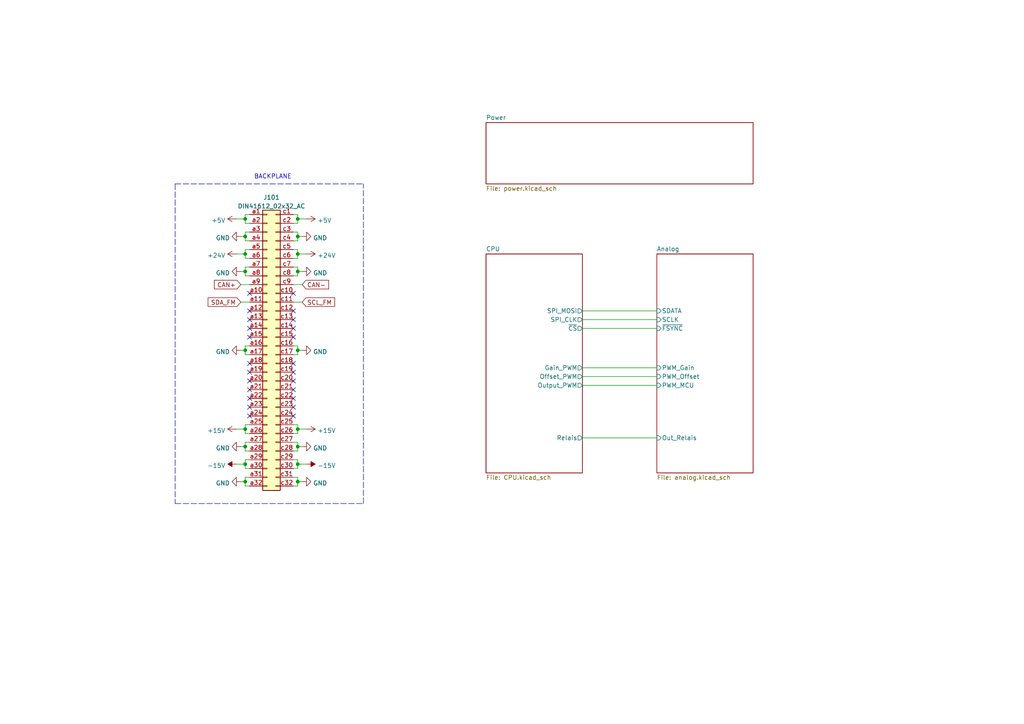
<source format=kicad_sch>
(kicad_sch (version 20211123) (generator eeschema)
  (paper "A4")
  (title_block (title "Overview") (date "2022-11-24") (rev "V1") (company "Synthron"))
  (lib_symbols
    (symbol "Connector:DIN41612_02x32_AC" (pin_names (offset 1.016) hide)
      (property "Reference" "J" (at 1.27 40.64 0))
      (property "Value" "DIN41612_02x32_AC" (at 1.27 -43.18 0))
      (symbol "DIN41612_02x32_AC_1_1"
        (rectangle (start -1.27 -40.513) (end 0 -40.767) (stroke (width 0.1524)))
        (rectangle (start -1.27 -37.973) (end 0 -38.227) (stroke (width 0.1524)))
        (rectangle (start -1.27 -35.433) (end 0 -35.687) (stroke (width 0.1524)))
        (rectangle (start -1.27 -32.893) (end 0 -33.147) (stroke (width 0.1524)))
        (rectangle (start -1.27 -30.353) (end 0 -30.607) (stroke (width 0.1524)))
        (rectangle (start -1.27 -27.813) (end 0 -28.067) (stroke (width 0.1524)))
        (rectangle (start -1.27 -25.273) (end 0 -25.527) (stroke (width 0.1524)))
        (rectangle (start -1.27 -22.733) (end 0 -22.987) (stroke (width 0.1524)))
        (rectangle (start -1.27 -20.193) (end 0 -20.447) (stroke (width 0.1524)))
        (rectangle (start -1.27 -17.653) (end 0 -17.907) (stroke (width 0.1524)))
        (rectangle (start -1.27 -15.113) (end 0 -15.367) (stroke (width 0.1524)))
        (rectangle (start -1.27 -12.573) (end 0 -12.827) (stroke (width 0.1524)))
        (rectangle (start -1.27 -10.033) (end 0 -10.287) (stroke (width 0.1524)))
        (rectangle (start -1.27 -7.493) (end 0 -7.747) (stroke (width 0.1524)))
        (rectangle (start -1.27 -4.953) (end 0 -5.207) (stroke (width 0.1524)))
        (rectangle (start -1.27 -2.413) (end 0 -2.667) (stroke (width 0.1524)))
        (rectangle (start -1.27 0.127) (end 0 -0.127) (stroke (width 0.1524)))
        (rectangle (start -1.27 2.667) (end 0 2.413) (stroke (width 0.1524)))
        (rectangle (start -1.27 5.207) (end 0 4.953) (stroke (width 0.1524)))
        (rectangle (start -1.27 7.747) (end 0 7.493) (stroke (width 0.1524)))
        (rectangle (start -1.27 10.287) (end 0 10.033) (stroke (width 0.1524)))
        (rectangle (start -1.27 12.827) (end 0 12.573) (stroke (width 0.1524)))
        (rectangle (start -1.27 15.367) (end 0 15.113) (stroke (width 0.1524)))
        (rectangle (start -1.27 17.907) (end 0 17.653) (stroke (width 0.1524)))
        (rectangle (start -1.27 20.447) (end 0 20.193) (stroke (width 0.1524)))
        (rectangle (start -1.27 22.987) (end 0 22.733) (stroke (width 0.1524)))
        (rectangle (start -1.27 25.527) (end 0 25.273) (stroke (width 0.1524)))
        (rectangle (start -1.27 28.067) (end 0 27.813) (stroke (width 0.1524)))
        (rectangle (start -1.27 30.607) (end 0 30.353) (stroke (width 0.1524)))
        (rectangle (start -1.27 33.147) (end 0 32.893) (stroke (width 0.1524)))
        (rectangle (start -1.27 35.687) (end 0 35.433) (stroke (width 0.1524)))
        (rectangle (start -1.27 38.227) (end 0 37.973) (stroke (width 0.1524)))
        (rectangle (start -1.27 39.37) (end 3.81 -41.91) (stroke (width 0.254)) (fill (type background)))
        (rectangle (start 3.81 -40.513) (end 2.54 -40.767) (stroke (width 0.1524)))
        (rectangle (start 3.81 -37.973) (end 2.54 -38.227) (stroke (width 0.1524)))
        (rectangle (start 3.81 -35.433) (end 2.54 -35.687) (stroke (width 0.1524)))
        (rectangle (start 3.81 -32.893) (end 2.54 -33.147) (stroke (width 0.1524)))
        (rectangle (start 3.81 -30.353) (end 2.54 -30.607) (stroke (width 0.1524)))
        (rectangle (start 3.81 -27.813) (end 2.54 -28.067) (stroke (width 0.1524)))
        (rectangle (start 3.81 -25.273) (end 2.54 -25.527) (stroke (width 0.1524)))
        (rectangle (start 3.81 -22.733) (end 2.54 -22.987) (stroke (width 0.1524)))
        (rectangle (start 3.81 -20.193) (end 2.54 -20.447) (stroke (width 0.1524)))
        (rectangle (start 3.81 -17.653) (end 2.54 -17.907) (stroke (width 0.1524)))
        (rectangle (start 3.81 -15.113) (end 2.54 -15.367) (stroke (width 0.1524)))
        (rectangle (start 3.81 -12.573) (end 2.54 -12.827) (stroke (width 0.1524)))
        (rectangle (start 3.81 -10.033) (end 2.54 -10.287) (stroke (width 0.1524)))
        (rectangle (start 3.81 -7.493) (end 2.54 -7.747) (stroke (width 0.1524)))
        (rectangle (start 3.81 -4.953) (end 2.54 -5.207) (stroke (width 0.1524)))
        (rectangle (start 3.81 -2.413) (end 2.54 -2.667) (stroke (width 0.1524)))
        (rectangle (start 3.81 0.127) (end 2.54 -0.127) (stroke (width 0.1524)))
        (rectangle (start 3.81 2.667) (end 2.54 2.413) (stroke (width 0.1524)))
        (rectangle (start 3.81 5.207) (end 2.54 4.953) (stroke (width 0.1524)))
        (rectangle (start 3.81 7.747) (end 2.54 7.493) (stroke (width 0.1524)))
        (rectangle (start 3.81 10.287) (end 2.54 10.033) (stroke (width 0.1524)))
        (rectangle (start 3.81 12.827) (end 2.54 12.573) (stroke (width 0.1524)))
        (rectangle (start 3.81 15.367) (end 2.54 15.113) (stroke (width 0.1524)))
        (rectangle (start 3.81 17.907) (end 2.54 17.653) (stroke (width 0.1524)))
        (rectangle (start 3.81 20.447) (end 2.54 20.193) (stroke (width 0.1524)))
        (rectangle (start 3.81 22.987) (end 2.54 22.733) (stroke (width 0.1524)))
        (rectangle (start 3.81 25.527) (end 2.54 25.273) (stroke (width 0.1524)))
        (rectangle (start 3.81 28.067) (end 2.54 27.813) (stroke (width 0.1524)))
        (rectangle (start 3.81 30.607) (end 2.54 30.353) (stroke (width 0.1524)))
        (rectangle (start 3.81 33.147) (end 2.54 32.893) (stroke (width 0.1524)))
        (rectangle (start 3.81 35.687) (end 2.54 35.433) (stroke (width 0.1524)))
        (rectangle (start 3.81 38.227) (end 2.54 37.973) (stroke (width 0.1524)))
        (pin passive line (at -5.08 38.1 0) (length 3.81) (name "Pin_a1") (number "a1"))
        (pin passive line (at -5.08 15.24 0) (length 3.81) (name "Pin_a10") (number "a10"))
        (pin passive line (at -5.08 12.7 0) (length 3.81) (name "Pin_a11") (number "a11"))
        (pin passive line (at -5.08 10.16 0) (length 3.81) (name "Pin_a12") (number "a12"))
        (pin passive line (at -5.08 7.62 0) (length 3.81) (name "Pin_a13") (number "a13"))
        (pin passive line (at -5.08 5.08 0) (length 3.81) (name "Pin_a14") (number "a14"))
        (pin passive line (at -5.08 2.54 0) (length 3.81) (name "Pin_a15") (number "a15"))
        (pin passive line (at -5.08 0 0) (length 3.81) (name "Pin_a16") (number "a16"))
        (pin passive line (at -5.08 -2.54 0) (length 3.81) (name "Pin_a17") (number "a17"))
        (pin passive line (at -5.08 -5.08 0) (length 3.81) (name "Pin_a18") (number "a18"))
        (pin passive line (at -5.08 -7.62 0) (length 3.81) (name "Pin_a19") (number "a19"))
        (pin passive line (at -5.08 35.56 0) (length 3.81) (name "Pin_a2") (number "a2"))
        (pin passive line (at -5.08 -10.16 0) (length 3.81) (name "Pin_a20") (number "a20"))
        (pin passive line (at -5.08 -12.7 0) (length 3.81) (name "Pin_a21") (number "a21"))
        (pin passive line (at -5.08 -15.24 0) (length 3.81) (name "Pin_a22") (number "a22"))
        (pin passive line (at -5.08 -17.78 0) (length 3.81) (name "Pin_a23") (number "a23"))
        (pin passive line (at -5.08 -20.32 0) (length 3.81) (name "Pin_a24") (number "a24"))
        (pin passive line (at -5.08 -22.86 0) (length 3.81) (name "Pin_a25") (number "a25"))
        (pin passive line (at -5.08 -25.4 0) (length 3.81) (name "Pin_a26") (number "a26"))
        (pin passive line (at -5.08 -27.94 0) (length 3.81) (name "Pin_a27") (number "a27"))
        (pin passive line (at -5.08 -30.48 0) (length 3.81) (name "Pin_a28") (number "a28"))
        (pin passive line (at -5.08 -33.02 0) (length 3.81) (name "Pin_a29") (number "a29"))
        (pin passive line (at -5.08 33.02 0) (length 3.81) (name "Pin_a3") (number "a3"))
        (pin passive line (at -5.08 -35.56 0) (length 3.81) (name "Pin_a30") (number "a30"))
        (pin passive line (at -5.08 -38.1 0) (length 3.81) (name "Pin_a31") (number "a31"))
        (pin passive line (at -5.08 -40.64 0) (length 3.81) (name "Pin_a32") (number "a32"))
        (pin passive line (at -5.08 30.48 0) (length 3.81) (name "Pin_a4") (number "a4"))
        (pin passive line (at -5.08 27.94 0) (length 3.81) (name "Pin_a5") (number "a5"))
        (pin passive line (at -5.08 25.4 0) (length 3.81) (name "Pin_a6") (number "a6"))
        (pin passive line (at -5.08 22.86 0) (length 3.81) (name "Pin_a7") (number "a7"))
        (pin passive line (at -5.08 20.32 0) (length 3.81) (name "Pin_a8") (number "a8"))
        (pin passive line (at -5.08 17.78 0) (length 3.81) (name "Pin_a9") (number "a9"))
        (pin passive line (at 7.62 38.1 180) (length 3.81) (name "Pin_c1") (number "c1"))
        (pin passive line (at 7.62 15.24 180) (length 3.81) (name "Pin_c10") (number "c10"))
        (pin passive line (at 7.62 12.7 180) (length 3.81) (name "Pin_c11") (number "c11"))
        (pin passive line (at 7.62 10.16 180) (length 3.81) (name "Pin_c12") (number "c12"))
        (pin passive line (at 7.62 7.62 180) (length 3.81) (name "Pin_c13") (number "c13"))
        (pin passive line (at 7.62 5.08 180) (length 3.81) (name "Pin_c14") (number "c14"))
        (pin passive line (at 7.62 2.54 180) (length 3.81) (name "Pin_c15") (number "c15"))
        (pin passive line (at 7.62 0 180) (length 3.81) (name "Pin_c16") (number "c16"))
        (pin passive line (at 7.62 -2.54 180) (length 3.81) (name "Pin_c17") (number "c17"))
        (pin passive line (at 7.62 -5.08 180) (length 3.81) (name "Pin_c18") (number "c18"))
        (pin passive line (at 7.62 -7.62 180) (length 3.81) (name "Pin_c19") (number "c19"))
        (pin passive line (at 7.62 35.56 180) (length 3.81) (name "Pin_c2") (number "c2"))
        (pin passive line (at 7.62 -10.16 180) (length 3.81) (name "Pin_c20") (number "c20"))
        (pin passive line (at 7.62 -12.7 180) (length 3.81) (name "Pin_c21") (number "c21"))
        (pin passive line (at 7.62 -15.24 180) (length 3.81) (name "Pin_c22") (number "c22"))
        (pin passive line (at 7.62 -17.78 180) (length 3.81) (name "Pin_c23") (number "c23"))
        (pin passive line (at 7.62 -20.32 180) (length 3.81) (name "Pin_c24") (number "c24"))
        (pin passive line (at 7.62 -22.86 180) (length 3.81) (name "Pin_c25") (number "c25"))
        (pin passive line (at 7.62 -25.4 180) (length 3.81) (name "Pin_c26") (number "c26"))
        (pin passive line (at 7.62 -27.94 180) (length 3.81) (name "Pin_c27") (number "c27"))
        (pin passive line (at 7.62 -30.48 180) (length 3.81) (name "Pin_c28") (number "c28"))
        (pin passive line (at 7.62 -33.02 180) (length 3.81) (name "Pin_c29") (number "c29"))
        (pin passive line (at 7.62 33.02 180) (length 3.81) (name "Pin_c3") (number "c3"))
        (pin passive line (at 7.62 -35.56 180) (length 3.81) (name "Pin_c30") (number "c30"))
        (pin passive line (at 7.62 -38.1 180) (length 3.81) (name "Pin_c31") (number "c31"))
        (pin passive line (at 7.62 -40.64 180) (length 3.81) (name "Pin_c32") (number "c32"))
        (pin passive line (at 7.62 30.48 180) (length 3.81) (name "Pin_c4") (number "c4"))
        (pin passive line (at 7.62 27.94 180) (length 3.81) (name "Pin_c5") (number "c5"))
        (pin passive line (at 7.62 25.4 180) (length 3.81) (name "Pin_c6") (number "c6"))
        (pin passive line (at 7.62 22.86 180) (length 3.81) (name "Pin_c7") (number "c7"))
        (pin passive line (at 7.62 20.32 180) (length 3.81) (name "Pin_c8") (number "c8"))
        (pin passive line (at 7.62 17.78 180) (length 3.81) (name "Pin_c9") (number "c9"))
      )
    )
    (symbol "power:+15V" (power) (pin_names (offset 0))
      (property "Value" "+15V" (at 0 3.556 0))
      (symbol "+15V_0_1"
        (polyline (pts (xy -0.762 1.27) (xy 0 2.54)))
        (polyline (pts (xy 0 0) (xy 0 2.54)))
        (polyline (pts (xy 0 2.54) (xy 0.762 1.27)))
      )
      (symbol "+15V_1_1"
        (pin power_in line (at 0 0 90) (length 0) hide (name "+15V") (number "1"))
      )
    )
    (symbol "power:+24V" (power) (pin_names (offset 0))
      (property "Value" "+24V" (at 0 3.556 0))
      (symbol "+24V_0_1"
        (polyline (pts (xy -0.762 1.27) (xy 0 2.54)))
        (polyline (pts (xy 0 0) (xy 0 2.54)))
        (polyline (pts (xy 0 2.54) (xy 0.762 1.27)))
      )
      (symbol "+24V_1_1"
        (pin power_in line (at 0 0 90) (length 0) hide (name "+24V") (number "1"))
      )
    )
    (symbol "power:+5V" (power) (pin_names (offset 0))
      (property "Value" "+5V" (at 0 3.556 0))
      (symbol "+5V_0_1"
        (polyline (pts (xy -0.762 1.27) (xy 0 2.54)))
        (polyline (pts (xy 0 0) (xy 0 2.54)))
        (polyline (pts (xy 0 2.54) (xy 0.762 1.27)))
      )
      (symbol "+5V_1_1"
        (pin power_in line (at 0 0 90) (length 0) hide (name "+5V") (number "1"))
      )
    )
    (symbol "power:-15V" (power) (pin_names (offset 0))
      (property "Value" "-15V" (at 0 3.81 0))
      (symbol "-15V_0_0"
        (pin power_in line (at 0 0 90) (length 0) hide (name "-15V") (number "1"))
      )
      (symbol "-15V_0_1"
        (polyline (pts (xy 0 0) (xy 0 1.27) (xy 0.762 1.27) (xy 0 2.54) (xy -0.762 1.27) (xy 0 1.27)) (fill (type outline)))
      )
    )
    (symbol "power:GND" (power) (pin_names (offset 0))
      (property "Value" "GND" (at 0 -3.81 0))
      (symbol "GND_0_1"
        (polyline (pts (xy 0 0) (xy 0 -1.27) (xy 1.27 -1.27) (xy 0 -2.54) (xy -1.27 -1.27) (xy 0 -1.27)))
      )
      (symbol "GND_1_1"
        (pin power_in line (at 0 0 270) (length 0) hide (name "GND") (number "1"))
      )
    )
  )
  (junction (at 71.12 134.62))
  (junction (at 71.12 124.46))
  (junction (at 86.36 101.6))
  (junction (at 86.36 73.66))
  (junction (at 71.12 78.74))
  (junction (at 86.36 134.62))
  (junction (at 86.36 78.74))
  (junction (at 71.12 73.66))
  (junction (at 86.36 68.58))
  (junction (at 86.36 63.5))
  (junction (at 71.12 129.54))
  (junction (at 71.12 68.58))
  (junction (at 71.12 63.5))
  (junction (at 86.36 129.54))
  (junction (at 71.12 139.7))
  (junction (at 86.36 124.46))
  (junction (at 71.12 101.6))
  (junction (at 86.36 139.7))
  (no_connect (at 72.39 92.71))
  (no_connect (at 72.39 115.57))
  (no_connect (at 72.39 113.03))
  (no_connect (at 85.09 115.57))
  (no_connect (at 85.09 105.41))
  (no_connect (at 85.09 90.17))
  (no_connect (at 72.39 107.95))
  (no_connect (at 72.39 110.49))
  (no_connect (at 72.39 120.65))
  (no_connect (at 72.39 90.17))
  (no_connect (at 72.39 95.25))
  (no_connect (at 85.09 85.09))
  (no_connect (at 85.09 110.49))
  (no_connect (at 72.39 97.79))
  (no_connect (at 85.09 118.11))
  (no_connect (at 72.39 85.09))
  (no_connect (at 85.09 107.95))
  (no_connect (at 72.39 105.41))
  (no_connect (at 85.09 92.71))
  (no_connect (at 72.39 118.11))
  (no_connect (at 85.09 97.79))
  (no_connect (at 85.09 95.25))
  (no_connect (at 85.09 120.65))
  (no_connect (at 85.09 113.03))
  (wire (pts (xy 71.12 73.66) (xy 71.12 74.93)))
  (wire (pts (xy 72.39 125.73) (xy 71.12 125.73)))
  (wire (pts (xy 85.09 64.77) (xy 86.36 64.77)))
  (wire (pts (xy 86.36 67.31) (xy 86.36 68.58)))
  (wire (pts (xy 86.36 100.33) (xy 85.09 100.33)))
  (wire (pts (xy 85.09 102.87) (xy 86.36 102.87)))
  (wire (pts (xy 68.58 63.5) (xy 71.12 63.5)))
  (wire (pts (xy 71.12 69.85) (xy 71.12 68.58)))
  (wire (pts (xy 71.12 139.7) (xy 71.12 138.43)))
  (wire (pts (xy 85.09 62.23) (xy 86.36 62.23)))
  (wire (pts (xy 85.09 138.43) (xy 86.36 138.43)))
  (wire (pts (xy 68.58 134.62) (xy 71.12 134.62)))
  (wire (pts (xy 86.36 77.47) (xy 86.36 78.74)))
  (wire (pts (xy 86.36 139.7) (xy 86.36 140.97)))
  (wire (pts (xy 168.91 109.22) (xy 190.5 109.22)))
  (wire (pts (xy 85.09 135.89) (xy 86.36 135.89)))
  (wire (pts (xy 86.36 72.39) (xy 86.36 73.66)))
  (wire (pts (xy 72.39 80.01) (xy 71.12 80.01)))
  (wire (pts (xy 72.39 140.97) (xy 71.12 140.97)))
  (wire (pts (xy 71.12 77.47) (xy 72.39 77.47)))
  (polyline (pts (xy 50.8 53.34) (xy 105.41 53.34)))
  (wire (pts (xy 72.39 102.87) (xy 71.12 102.87)))
  (wire (pts (xy 71.12 133.35) (xy 71.12 134.62)))
  (wire (pts (xy 85.09 82.55) (xy 87.63 82.55)))
  (wire (pts (xy 69.85 78.74) (xy 71.12 78.74)))
  (wire (pts (xy 86.36 133.35) (xy 86.36 134.62)))
  (wire (pts (xy 86.36 69.85) (xy 85.09 69.85)))
  (wire (pts (xy 86.36 63.5) (xy 86.36 62.23)))
  (wire (pts (xy 86.36 78.74) (xy 87.63 78.74)))
  (wire (pts (xy 86.36 138.43) (xy 86.36 139.7)))
  (wire (pts (xy 85.09 77.47) (xy 86.36 77.47)))
  (wire (pts (xy 168.91 92.71) (xy 190.5 92.71)))
  (wire (pts (xy 85.09 72.39) (xy 86.36 72.39)))
  (wire (pts (xy 72.39 69.85) (xy 71.12 69.85)))
  (wire (pts (xy 71.12 100.33) (xy 72.39 100.33)))
  (wire (pts (xy 85.09 87.63) (xy 87.63 87.63)))
  (wire (pts (xy 85.09 74.93) (xy 86.36 74.93)))
  (polyline (pts (xy 105.41 146.05) (xy 105.41 53.34)))
  (wire (pts (xy 71.12 78.74) (xy 71.12 77.47)))
  (wire (pts (xy 71.12 134.62) (xy 71.12 135.89)))
  (wire (pts (xy 69.85 129.54) (xy 71.12 129.54)))
  (wire (pts (xy 85.09 67.31) (xy 86.36 67.31)))
  (wire (pts (xy 86.36 73.66) (xy 88.9 73.66)))
  (wire (pts (xy 71.12 138.43) (xy 72.39 138.43)))
  (wire (pts (xy 85.09 123.19) (xy 86.36 123.19)))
  (wire (pts (xy 86.36 124.46) (xy 86.36 125.73)))
  (wire (pts (xy 69.85 82.55) (xy 72.39 82.55)))
  (wire (pts (xy 168.91 127) (xy 190.5 127)))
  (wire (pts (xy 71.12 128.27) (xy 72.39 128.27)))
  (wire (pts (xy 71.12 135.89) (xy 72.39 135.89)))
  (wire (pts (xy 86.36 101.6) (xy 86.36 100.33)))
  (wire (pts (xy 86.36 129.54) (xy 86.36 130.81)))
  (wire (pts (xy 85.09 133.35) (xy 86.36 133.35)))
  (wire (pts (xy 71.12 72.39) (xy 71.12 73.66)))
  (wire (pts (xy 86.36 134.62) (xy 88.9 134.62)))
  (wire (pts (xy 71.12 124.46) (xy 71.12 125.73)))
  (wire (pts (xy 69.85 139.7) (xy 71.12 139.7)))
  (wire (pts (xy 86.36 68.58) (xy 87.63 68.58)))
  (wire (pts (xy 71.12 63.5) (xy 71.12 64.77)))
  (wire (pts (xy 68.58 73.66) (xy 71.12 73.66)))
  (polyline (pts (xy 50.8 146.05) (xy 105.41 146.05)))
  (wire (pts (xy 168.91 95.25) (xy 190.5 95.25)))
  (wire (pts (xy 86.36 102.87) (xy 86.36 101.6)))
  (wire (pts (xy 86.36 80.01) (xy 85.09 80.01)))
  (wire (pts (xy 72.39 130.81) (xy 71.12 130.81)))
  (wire (pts (xy 71.12 80.01) (xy 71.12 78.74)))
  (wire (pts (xy 86.36 129.54) (xy 87.63 129.54)))
  (wire (pts (xy 72.39 72.39) (xy 71.12 72.39)))
  (wire (pts (xy 68.58 124.46) (xy 71.12 124.46)))
  (wire (pts (xy 72.39 133.35) (xy 71.12 133.35)))
  (wire (pts (xy 86.36 134.62) (xy 86.36 135.89)))
  (wire (pts (xy 72.39 62.23) (xy 71.12 62.23)))
  (wire (pts (xy 85.09 128.27) (xy 86.36 128.27)))
  (wire (pts (xy 71.12 140.97) (xy 71.12 139.7)))
  (wire (pts (xy 86.36 139.7) (xy 87.63 139.7)))
  (wire (pts (xy 86.36 78.74) (xy 86.36 80.01)))
  (wire (pts (xy 71.12 102.87) (xy 71.12 101.6)))
  (wire (pts (xy 86.36 130.81) (xy 85.09 130.81)))
  (wire (pts (xy 71.12 129.54) (xy 71.12 128.27)))
  (wire (pts (xy 71.12 101.6) (xy 71.12 100.33)))
  (wire (pts (xy 168.91 106.68) (xy 190.5 106.68)))
  (wire (pts (xy 71.12 64.77) (xy 72.39 64.77)))
  (wire (pts (xy 168.91 111.76) (xy 190.5 111.76)))
  (wire (pts (xy 86.36 124.46) (xy 88.9 124.46)))
  (wire (pts (xy 72.39 123.19) (xy 71.12 123.19)))
  (wire (pts (xy 86.36 128.27) (xy 86.36 129.54)))
  (wire (pts (xy 85.09 125.73) (xy 86.36 125.73)))
  (wire (pts (xy 71.12 123.19) (xy 71.12 124.46)))
  (wire (pts (xy 86.36 68.58) (xy 86.36 69.85)))
  (wire (pts (xy 86.36 63.5) (xy 88.9 63.5)))
  (wire (pts (xy 71.12 67.31) (xy 72.39 67.31)))
  (wire (pts (xy 69.85 87.63) (xy 72.39 87.63)))
  (wire (pts (xy 69.85 68.58) (xy 71.12 68.58)))
  (polyline (pts (xy 50.8 53.34) (xy 50.8 146.05)))
  (wire (pts (xy 168.91 90.17) (xy 190.5 90.17)))
  (wire (pts (xy 86.36 101.6) (xy 87.63 101.6)))
  (wire (pts (xy 71.12 74.93) (xy 72.39 74.93)))
  (wire (pts (xy 86.36 64.77) (xy 86.36 63.5)))
  (wire (pts (xy 86.36 140.97) (xy 85.09 140.97)))
  (wire (pts (xy 86.36 123.19) (xy 86.36 124.46)))
  (wire (pts (xy 71.12 68.58) (xy 71.12 67.31)))
  (wire (pts (xy 86.36 73.66) (xy 86.36 74.93)))
  (wire (pts (xy 69.85 101.6) (xy 71.12 101.6)))
  (wire (pts (xy 71.12 62.23) (xy 71.12 63.5)))
  (wire (pts (xy 71.12 130.81) (xy 71.12 129.54)))
  (text "BACKPLANE" (at 73.66 52.07 0) (effects (font (size 1.27 1.27)) (justify left bottom)))
  (global_label "CAN-" (shape input) (at 87.63 82.55 0) (property "Intersheet References" "${INTERSHEET_REFS}" (effects hide)))
  (global_label "CAN+" (shape input) (at 69.85 82.55 180) (property "Intersheet References" "${INTERSHEET_REFS}" (effects hide)))
  (global_label "SCL_FM" (shape input) (at 87.63 87.63 0) (property "Intersheet References" "${INTERSHEET_REFS}" (effects hide)))
  (global_label "SDA_FM" (shape input) (at 69.85 87.63 180) (property "Intersheet References" "${INTERSHEET_REFS}" (effects hide)))
  (symbol (lib_id "power:GND") (at 69.85 139.7 270) (unit 1)
    (property "Reference" "#PWR0109" (effects hide))
    (property "Value" "GND" (at 66.6751 140.1338 90) (effects (justify right)))
  )
  (symbol (lib_id "power:GND") (at 87.63 139.7 90) (unit 1)
    (property "Reference" "#PWR0114" (effects hide))
    (property "Value" "GND" (at 90.805 140.1338 90) (effects (justify right)))
  )
  (symbol (lib_id "power:GND") (at 87.63 129.54 90) (unit 1)
    (property "Reference" "#PWR0113" (effects hide))
    (property "Value" "GND" (at 90.805 129.9738 90) (effects (justify right)))
  )
  (symbol (lib_id "power:GND") (at 87.63 78.74 90) (unit 1)
    (property "Reference" "#PWR0111" (effects hide))
    (property "Value" "GND" (at 90.805 79.1738 90) (effects (justify right)))
  )
  (symbol (lib_id "power:GND") (at 87.63 68.58 90) (unit 1)
    (property "Reference" "#PWR0110" (effects hide))
    (property "Value" "GND" (at 90.805 69.0138 90) (effects (justify right)))
  )
  (symbol (lib_id "power:-15V") (at 68.58 134.62 90) (unit 1)
    (property "Reference" "#PWR0104" (effects hide))
    (property "Value" "-15V" (at 65.405 135.0538 90) (effects (justify left)))
  )
  (symbol (lib_id "power:GND") (at 69.85 129.54 270) (unit 1)
    (property "Reference" "#PWR0108" (effects hide))
    (property "Value" "GND" (at 66.6751 129.9738 90) (effects (justify right)))
  )
  (symbol (lib_id "power:+5V") (at 88.9 63.5 270) (unit 1)
    (property "Reference" "#PWR0115" (effects hide))
    (property "Value" "+5V" (at 92.075 63.9338 90) (effects (justify left)))
  )
  (symbol (lib_id "power:+24V") (at 88.9 73.66 270) (unit 1)
    (property "Reference" "#PWR0116" (effects hide))
    (property "Value" "+24V" (at 92.075 74.0938 90) (effects (justify left)))
  )
  (symbol (lib_id "power:+15V") (at 68.58 124.46 90) (unit 1)
    (property "Reference" "#PWR0103" (effects hide))
    (property "Value" "+15V" (at 65.405 124.8938 90) (effects (justify left)))
  )
  (symbol (lib_id "power:+5V") (at 68.58 63.5 90) (unit 1)
    (property "Reference" "#PWR0101" (effects hide))
    (property "Value" "+5V" (at 65.4051 63.9338 90) (effects (justify left)))
  )
  (symbol (lib_id "power:-15V") (at 88.9 134.62 270) (unit 1)
    (property "Reference" "#PWR0118" (effects hide))
    (property "Value" "-15V" (at 92.075 135.0538 90) (effects (justify left)))
  )
  (symbol (lib_id "power:GND") (at 69.85 68.58 270) (unit 1)
    (property "Reference" "#PWR0105" (effects hide))
    (property "Value" "GND" (at 66.6751 69.0138 90) (effects (justify right)))
  )
  (symbol (lib_id "power:+15V") (at 88.9 124.46 270) (unit 1)
    (property "Reference" "#PWR0117" (effects hide))
    (property "Value" "+15V" (at 92.075 124.8938 90) (effects (justify left)))
  )
  (symbol (lib_id "Connector:DIN41612_02x32_AC") (at 77.47 100.33 0) (unit 1)
    (property "Reference" "J101" (at 78.74 57.2602 0))
    (property "Value" "DIN41612_02x32_AC" (at 78.74 59.7971 0))
    (property "Footprint" "eigene:VG64_Euro" (effects hide))
  )
  (symbol (lib_id "power:GND") (at 87.63 101.6 90) (unit 1)
    (property "Reference" "#PWR0112" (effects hide))
    (property "Value" "GND" (at 90.805 102.0338 90) (effects (justify right)))
  )
  (symbol (lib_id "power:GND") (at 69.85 78.74 270) (unit 1)
    (property "Reference" "#PWR0106" (effects hide))
    (property "Value" "GND" (at 66.6751 79.1738 90) (effects (justify right)))
  )
  (symbol (lib_id "power:+24V") (at 68.58 73.66 90) (unit 1)
    (property "Reference" "#PWR0102" (effects hide))
    (property "Value" "+24V" (at 65.405 74.0938 90) (effects (justify left)))
  )
  (symbol (lib_id "power:GND") (at 69.85 101.6 270) (unit 1)
    (property "Reference" "#PWR0107" (effects hide))
    (property "Value" "GND" (at 66.6751 102.0338 90) (effects (justify right)))
  )
  (sheet (at 190.5 73.66) (size 27.94 63.5) (stroke (width 0.1524))
    (property "Sheet name" "Analog" (at 190.5 72.9484 0) (effects (justify left bottom)))
    (property "Sheet file" "analog.kicad_sch" (at 190.5 137.7446 0) (effects (justify left top)))
    (pin "PWM_Gain" input (at 190.5 106.68 180))
    (pin "SCLK" input (at 190.5 92.71 180))
    (pin "SDATA" input (at 190.5 90.17 180))
    (pin "PWM_Offset" input (at 190.5 109.22 180))
    (pin "~{FSYNC}" input (at 190.5 95.25 180))
    (pin "PWM_MCU" input (at 190.5 111.76 180))
    (pin "Out_Relais" input (at 190.5 127 180))
  )
  (sheet (at 140.97 73.66) (size 27.94 63.5) (stroke (width 0.1524))
    (property "Sheet name" "CPU" (at 140.97 72.9484 0) (effects (justify left bottom)))
    (property "Sheet file" "CPU.kicad_sch" (at 140.97 137.7446 0) (effects (justify left top)))
    (pin "SPI_MOSI" output (at 168.91 90.17 0))
    (pin "Gain_PWM" output (at 168.91 106.68 0))
    (pin "Offset_PWM" output (at 168.91 109.22 0))
    (pin "Output_PWM" output (at 168.91 111.76 0))
    (pin "Relais" output (at 168.91 127 0))
    (pin "SPI_CLK" output (at 168.91 92.71 0))
    (pin "~{CS}" output (at 168.91 95.25 0))
  )
  (sheet (at 140.97 35.56) (size 77.47 17.78) (stroke (width 0.1524))
    (property "Sheet name" "Power" (at 140.97 34.8484 0) (effects (justify left bottom)))
    (property "Sheet file" "power.kicad_sch" (at 140.97 53.9246 0) (effects (justify left top)))
  )
)
</source>
